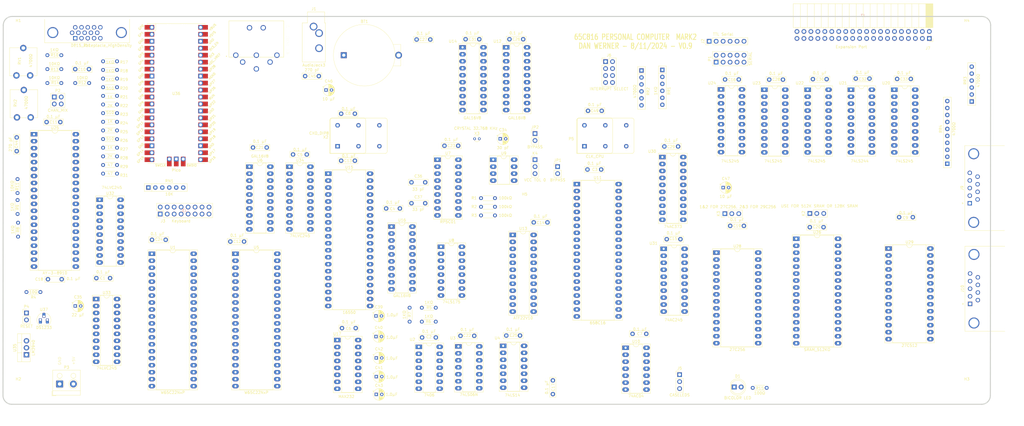
<source format=kicad_pcb>
(kicad_pcb (version 20221018) (generator pcbnew)
  (title_block (date "2024-07-18") (rev ".8"))
  (layers (0 "F.Cu" signal "Component") (31 "B.Cu" signal "Copper") (34 "B.Paste" user) (35 "F.Paste" user) (36 "B.SilkS" user "B.Silkscreen") (37 "F.SilkS" user "F.Silkscreen") (38 "B.Mask" user) (39 "F.Mask" user) (44 "Edge.Cuts" user))
  (net 0 "")
  (net 1 "GND")
  (net 2 "VCC")
  (net 3 "Net-(#FLG03-pwr)")
  (net 4 "Net-(#FLG04-pwr)")
  (net 5 "Net-(U7-OSCIN)")
  (net 6 "Net-(U7-OSCOUT)")
  (net 7 "Net-(C37-Pad2)")
  (net 8 "Net-(U17-C1+)")
  (net 9 "Net-(U17-C1-)")
  (net 10 "Net-(U17-C2+)")
  (net 11 "Net-(C44-Pad2)")
  (net 12 "Net-(C45-Pad1)")
  (net 13 "Net-(C46-Pad2)")
  (net 14 "Net-(C47-Pad2)")
  (net 15 "B_INT")
  (net 16 "VIA2_INT")
  (net 17 "VIA1_INT")
  (net 18 "Net-(U17-C2-)")
  (net 19 "P1_B")
  (net 20 "P1_A")
  (net 21 "P1_R")
  (net 22 "P1_L")
  (net 23 "P1_D")
  (net 24 "P1_U")
  (net 25 "P2_B")
  (net 26 "P2_A")
  (net 27 "P2_R")
  (net 28 "P2_L")
  (net 29 "P2_D")
  (net 30 "P2_U")
  (net 31 "Net-(J4-Pad3)")
  (net 32 "SERSRQ")
  (net 33 "SERCLKIN")
  (net 34 "SERDATAIN")
  (net 35 "COLUMN1")
  (net 36 "COLUMN0")
  (net 37 "USERA_2")
  (net 38 "USERA_3")
  (net 39 "USERA_4")
  (net 40 "USERCA_2")
  (net 41 "USERB_7")
  (net 42 "USERB_6")
  (net 43 "USERB_5")
  (net 44 "USERB_4")
  (net 45 "USERB_3")
  (net 46 "USERB_2")
  (net 47 "USERB_1")
  (net 48 "USERB_0")
  (net 49 "LED_1")
  (net 50 "LED_2")
  (net 51 "Net-(U17-VS+)")
  (net 52 "CLK_CPU")
  (net 53 "CLK_UART")
  (net 54 "CTS")
  (net 55 "TX")
  (net 56 "RTS")
  (net 57 "RX")
  (net 58 "Net-(U17-VS-)")
  (net 60 "EMU")
  (net 61 "ABORT")
  (net 62 "NMI")
  (net 63 "INT")
  (net 64 "B_BUSRQ")
  (net 65 "B_NMI")
  (net 66 "B_WAIT")
  (net 67 "VRAM_BANK")
  (net 68 "UART_INT")
  (net 69 "RW")
  (net 70 "D2")
  (net 71 "D1")
  (net 72 "WR")
  (net 73 "D0")
  (net 74 "A13")
  (net 75 "A0")
  (net 76 "A8")
  (net 77 "A1")
  (net 78 "A9")
  (net 79 "A2")
  (net 80 "A11")
  (net 81 "A3")
  (net 82 "RD")
  (net 83 "A4")
  (net 84 "A10")
  (net 85 "A5")
  (net 86 "CS_RAM")
  (net 87 "A6")
  (net 88 "D7")
  (net 89 "A7")
  (net 90 "D6")
  (net 91 "A12")
  (net 92 "D5")
  (net 93 "A14")
  (net 94 "D4")
  (net 95 "D3")
  (net 96 "RESET")
  (net 97 "VDA")
  (net 98 "BUSRQ")
  (net 99 "AD0")
  (net 100 "AD1")
  (net 101 "AD2")
  (net 102 "AD3")
  (net 103 "AD4")
  (net 104 "AD5")
  (net 105 "AD6")
  (net 106 "VPA")
  (net 107 "AD7")
  (net 108 "A15")
  (net 109 "ML")
  (net 110 "WAIT")
  (net 111 "VP")
  (net 112 "CS_ROM")
  (net 113 "A23")
  (net 114 "A19")
  (net 115 "A22")
  (net 116 "A18")
  (net 117 "A21")
  (net 118 "A17")
  (net 119 "A20")
  (net 120 "A16")
  (net 121 "CTS_TTL")
  (net 122 "CS_UART")
  (net 123 "RTS_TTL")
  (net 124 "SOUT_TTL")
  (net 125 "SIN_TTL")
  (net 126 "CS_VDP")
  (net 127 "CS_VIA1")
  (net 128 "CS_VIA2")
  (net 129 "IO")
  (net 130 "BUS")
  (net 131 "BUSAK")
  (net 132 "DATA_DIR")
  (net 134 "Net-(D1-A)")
  (net 135 "SERATNOUT")
  (net 136 "SERCLKOUT")
  (net 137 "SERDATAOUT")
  (net 138 "KB_GRAPH_LED")
  (net 139 "KB_CAPS_LED")
  (net 140 "ROWD")
  (net 141 "ROWC")
  (net 142 "ROWB")
  (net 143 "ROWA")
  (net 144 "COLUMN7")
  (net 145 "COLUMN6")
  (net 146 "COLUMN5")
  (net 147 "COLUMN4")
  (net 148 "COLUMN3")
  (net 149 "COLUMN2")
  (net 150 "Net-(J6-Pin_1)")
  (net 151 "Net-(J11-Pad1)")
  (net 152 "B_A16")
  (net 153 "B_A17")
  (net 154 "B_A18")
  (net 155 "B_A19")
  (net 156 "B_A20")
  (net 157 "B_A21")
  (net 158 "B_A22")
  (net 159 "B_A23")
  (net 160 "B_CLK_CPU")
  (net 161 "B_A0")
  (net 162 "B_A1")
  (net 163 "B_A2")
  (net 164 "B_A3")
  (net 165 "B_A4")
  (net 166 "B_A5")
  (net 167 "B_A6")
  (net 168 "B_A7")
  (net 169 "B_A8")
  (net 170 "B_A9")
  (net 171 "B_A10")
  (net 172 "B_A11")
  (net 173 "B_A12")
  (net 174 "B_A13")
  (net 175 "B_A14")
  (net 176 "B_A15")
  (net 177 "B_D7")
  (net 178 "B_D6")
  (net 179 "B_D5")
  (net 180 "B_D4")
  (net 181 "B_D3")
  (net 182 "B_D2")
  (net 183 "B_D1")
  (net 184 "B_D0")
  (net 185 "LED_ANODE")
  (net 186 "Net-(J11-Pad2)")
  (net 187 "URESET")
  (net 188 "Net-(J11-Pad3)")
  (net 189 "N_EMU")
  (net 190 "B_RW")
  (net 191 "O1_ROM")
  (net 196 "Net-(J11-Pad13)")
  (net 197 "Net-(J11-Pad14)")
  (net 207 "Net-(U3-Pad9)")
  (net 210 "Net-(U3-Pad13)")
  (net 211 "~{RTC_CS}")
  (net 214 "~{RTC_CS_O}")
  (net 215 "VCC_RTC")
  (net 217 "Net-(K2-Pin_2)")
  (net 218 "Net-(K3-Pin_2)")
  (net 219 "Net-(K4-Pin_2)")
  (net 225 "Net-(P2-Pin_1)")
  (net 226 "Net-(P2-Pin_2)")
  (net 227 "Net-(P2-Pin_3)")
  (net 228 "Net-(P4-Pin_1)")
  (net 229 "Net-(U7-ADJ)")
  (net 230 "Net-(U7-CS)")
  (net 231 "V_RW")
  (net 232 "VDSEL")
  (net 233 "V_CLK")
  (net 234 "VGAR500")
  (net 235 "VGAR1K")
  (net 236 "VGAR2K")
  (net 237 "VGAG500")
  (net 238 "VGAG1L")
  (net 239 "VGAG2K")
  (net 240 "VGAB500")
  (net 241 "VGAB1K")
  (net 242 "VGAB2K")
  (net 243 "HSYNC")
  (net 244 "VSYNC")
  (net 245 "+3.3V")
  (net 246 "VADDR_HIGH")
  (net 247 "VADDR_LOW")
  (net 248 "VDATA")
  (net 270 "VIDEO_WS")
  (net 271 "VIDEO_WINDOW")
  (net 272 "Net-(U7-A0)")
  (net 273 "Net-(U7-A1)")
  (net 274 "Net-(U7-A2)")
  (net 275 "Net-(U7-A3)")
  (net 278 "~{RTC_AD_WR}")
  (net 281 "Net-(U30-LE)")
  (net 296 "Net-(U15-RCLK)")
  (net 321 "VDATA_DIR")
  (net 322 "V_DA7")
  (net 323 "V_DA6")
  (net 324 "V_DA5")
  (net 325 "V_DA4")
  (net 326 "V_DA3")
  (net 327 "V_DA2")
  (net 328 "V_DA1")
  (net 329 "V_DA0")
  (net 343 "FF1")
  (net 344 "FF2")
  (net 345 "WS1")
  (net 346 "WS2")
  (footprint "Capacitor_THT:C_Rect_L7.0mm_W2.0mm_P5.00mm" (layer "F.Cu") (at 245.1 125.5 180)
    (fp_text reference "C3")
    (fp_text value "0.1 µF")
  )
  (footprint "Capacitor_THT:C_Rect_L7.0mm_W2.0mm_P5.00mm" (layer "F.Cu") (at 184.81 186.74 180)
    (fp_text reference "C2")
    (fp_text value "0.1 µF")
  )
  (footprint "Capacitor_THT:C_Rect_L7.0mm_W2.0mm_P5.00mm" (layer "F.Cu") (at 114.895 151.765 180)
    (fp_text reference "C12")
    (fp_text value "0.1 µF")
  )
  (footprint "Capacitor_THT:C_Rect_L7.0mm_W2.0mm_P5.00mm" (layer "F.Cu") (at 274 150.9 180)
    (fp_text reference "C15")
    (fp_text value "0.1 µF")
  )
  (footprint "Capacitor_THT:C_Rect_L7.0mm_W2.0mm_P5.00mm" (layer "F.Cu") (at 295.275 92.675 180)
    (fp_text reference "C16")
    (fp_text value "0.1 µF")
  )
  (footprint "Capacitor_THT:C_Rect_L7.0mm_W2.0mm_P5.00mm" (layer "F.Cu") (at 227.49 202.39 -90)
    (fp_text reference "C17")
    (fp_text value "0.1 µF")
  )
  (footprint "Capacitor_THT:C_Rect_L7.0mm_W2.0mm_P5.00mm" (layer "F.Cu") (at 297.14 146.05 180)
    (fp_text reference "C19")
    (fp_text value "0.1 µF")
  )
  (footprint "Capacitor_THT:C_Rect_L7.0mm_W2.0mm_P5.00mm" (layer "F.Cu") (at 198.81 186.14 180)
    (fp_text reference "C22")
    (fp_text value "0.1 µF")
  )
  (footprint "Capacitor_THT:C_Rect_L7.0mm_W2.0mm_P5.00mm" (layer "F.Cu") (at 215.51 186.04 180)
    (fp_text reference "C25")
    (fp_text value "0.1 µF")
  )
  (footprint "Capacitor_THT:C_Rect_L7.0mm_W2.0mm_P5.00mm" (layer "F.Cu") (at 192.96 116.84 180)
    (fp_text reference "C23")
    (fp_text value "0.1 µF")
  )
  (footprint "Capacitor_THT:C_Rect_L7.0mm_W2.0mm_P5.00mm" (layer "F.Cu") (at 132.755 120.015)
    (fp_text reference "C5")
    (fp_text value "0.1 µF")
  )
  (footprint "Package_DIP:DIP-40_W15.24mm_Socket_LongPads" (layer "F.Cu") (at 145.6 127)
    (fp_text reference "U15")
    (fp_text value "16550")
  )
  (footprint "Connector_Dsub:DSUB-9_Male_Horizontal_P2.77x2.84mm_EdgePinOffset9.90mm_Housed_MountingHolesOffset11.32mm" (layer "F.Cu") (at 379.6 174.5 90)
    (fp_text reference "J10")
    (fp_text value "DB9_Male")
  )
  (footprint "Capacitor_THT:C_Rect_L7.0mm_W2.0mm_P5.00mm" (layer "F.Cu") (at 245.3 104.1 180)
    (fp_text reference "C49")
    (fp_text value "0.1 µF")
  )
  (footprint "Capacitor_THT:CP_Radial_D4.0mm_P2.00mm" (layer "F.Cu") (at 163 178.9)
    (fp_text reference "C39")
    (fp_text value "1.0µF")
  )
  (footprint "Capacitor_THT:CP_Radial_D4.0mm_P2.00mm" (layer "F.Cu") (at 163 186.4)
    (fp_text reference "C40")
    (fp_text value "1.0µF")
  )
  (footprint "Capacitor_THT:CP_Radial_D4.0mm_P2.00mm" (layer "F.Cu") (at 163.1 201)
    (fp_text reference "C41")
    (fp_text value "1.0µF")
  )
  (footprint "Capacitor_THT:CP_Radial_D4.0mm_P2.00mm" (layer "F.Cu") (at 163.1 194.2)
    (fp_text reference "C42")
    (fp_text value "1.0µF")
  )
  (footprint "Capacitor_THT:CP_Radial_D4.0mm_P2.00mm" (layer "F.Cu") (at 163.1 207.5)
    (fp_text reference "C43")
    (fp_text value "1.0µF")
  )
  (footprint "Capacitor_THT:C_Rect_L7.0mm_W2.0mm_P5.00mm" (layer "F.Cu") (at 311.375 92.725 180)
    (fp_text reference "C28")
    (fp_text value "0.1 µF")
  )
  (footprint "Capacitor_THT:C_Rect_L7.0mm_W2.0mm_P5.00mm" (layer "F.Cu") (at 273.14 117.1 180)
    (fp_text reference "C29")
    (fp_text value "0.1 µF")
  )
  (footprint "Capacitor_THT:C_Rect_L7.0mm_W2.0mm_P5.00mm" (layer "F.Cu") (at 327.3 92.55 180)
    (fp_text reference "C30")
    (fp_text value "0.1 µF")
  )
  (footprint "Capacitor_THT:C_Rect_L7.0mm_W2.0mm_P5.00mm" (layer "F.Cu") (at 32 113.8 -90)
    (fp_text reference "C44")
    (fp_text value "270 pF")
  )
  (footprint "Capacitor_THT:C_Rect_L7.0mm_W2.0mm_P5.00mm" (layer "F.Cu") (at 142.16 91.44 180)
    (fp_text reference "C45")
    (fp_text value "270 pF")
  )
  (footprint "Capacitor_THT:CP_Radial_D4.0mm_P2.00mm" (layer "F.Cu") (at 144.78 96.52)
    (fp_text reference "C46")
    (fp_text value "10 µF")
  )
  (footprint "Capacitor_THT:CP_Radial_D4.0mm_P2.00mm" (layer "F.Cu") (at 289.56 132.08)
    (fp_text reference "C47")
    (fp_text value "10 µF")
  )
  (footprint "LED_THT:LED_D5.0mm" (layer "F.Cu") (at 293.6 204.8)
    (fp_text reference "D1")
    (fp_text value "BICOLOR LED")
  )
  (footprint "Connector_PinHeader_2.54mm:PinHeader_2x04_P2.54mm_Vertical" (layer "F.Cu") (at 246.7 86.16)
    (fp_text reference "J6")
    (fp_text value "INTERRUPT SELECT")
  )
  (footprint "Connector_Dsub:DSUB-9_Male_Horizontal_P2.77x2.84mm_EdgePinOffset9.90mm_Housed_MountingHolesOffset11.32mm" (layer "F.Cu") (at 379.5 137.8 90)
    (fp_text reference "J9")
    (fp_text value "DB9_Male")
  )
  (footprint "Connector_PinHeader_2.54mm:PinHeader_1x03_P2.54mm_Vertical" (layer "F.Cu") (at 273.7 200.3)
    (fp_text reference "J5")
    (fp_text value "CASELEDS")
  )
  (footprint "Oscillator:Oscillator_DIP-8" (layer "F.Cu") (at 239 117)
    (fp_text reference "P5")
    (fp_text value "CLK_CPU")
  )
  (footprint "Resistor_THT:R_Axial_DIN0204_L3.6mm_D1.6mm_P5.08mm_Horizontal" (layer "F.Cu") (at 300.355 205.105)
    (fp_text reference "R15")
    (fp_text value "100Ω")
  )
  (footprint "Resistor_THT:R_Axial_DIN0204_L3.6mm_D1.6mm_P5.08mm_Horizontal" (layer "F.Cu") (at 184.785 175.895 180)
    (fp_text reference "R5")
    (fp_text value "1KΩ")
  )
  (footprint "Resistor_THT:R_Axial_DIN0204_L3.6mm_D1.6mm_P5.08mm_Horizontal" (layer "F.Cu") (at 32.5 144.9 -90)
    (fp_text reference "R8")
    (fp_text value "1KΩ")
  )
  (footprint "Resistor_THT:R_Axial_DIN0204_L3.6mm_D1.6mm_P5.08mm_Horizontal" (layer "F.Cu") (at 32.315 136.635 -90)
    (fp_text reference "R9")
    (fp_text value "1KΩ")
  )
  (footprint "Resistor_THT:R_Axial_DIN0204_L3.6mm_D1.6mm_P5.08mm_Horizontal" (layer "F.Cu") (at 48.26 83.82 180)
    (fp_text reference "R10")
    (fp_text value "1KΩ")
  )
  (footprint "Resistor_THT:R_Axial_DIN0204_L3.6mm_D1.6mm_P5.08mm_Horizontal" (layer "F.Cu") (at 58.42 93.98 180)
    (fp_text reference "R12")
    (fp_text value "10KΩ")
  )
  (footprint "Resistor_THT:R_Axial_DIN0204_L3.6mm_D1.6mm_P5.08mm_Horizontal" (layer "F.Cu") (at 48.26 88.9 180)
    (fp_text reference "R13")
    (fp_text value "10KΩ")
  )
  (footprint "Resistor_THT:R_Axial_DIN0204_L3.6mm_D1.6mm_P5.08mm_Horizontal" (layer "F.Cu") (at 48.26 93.98 180)
    (fp_text reference "R14")
    (fp_text value "10KΩ")
  )
  (footprint "Resistor_THT:R_Axial_DIN0204_L3.6mm_D1.6mm_P5.08mm_Horizontal" (layer "F.Cu") (at 184.785 180.975 180)
    (fp_text reference "R6")
    (fp_text value "1KΩ")
  )
  (footprint "Resistor_THT:R_Axial_DIN0204_L3.6mm_D1.6mm_P5.08mm_Horizontal" (layer "F.Cu") (at 175.26 175.895 -90)
    (fp_text reference "R7")
    (fp_text value "1KΩ")
  )
  (footprint "Resistor_THT:R_Array_SIP6" (layer "F.Cu") (at 267.4 89.2 -90)
    (fp_text reference "RR1")
    (fp_text value "1KΩ")
  )
  (footprint "Resistor_THT:R_Array_SIP6" (layer "F.Cu") (at 380.2 100.7 90)
    (fp_text reference "RR3")
    (fp_text value "4700Ω")
  )
  (footprint "Resistor_THT:R_Array_SIP10" (layer "F.Cu") (at 371.3 123.4 90)
    (fp_text reference "RR4")
    (fp_text value "4700Ω")
  )
  (footprint "Potentiometer_THT:Potentiometer_ACP_CA9-V10_Vertical" (layer "F.Cu") (at 36.9 91.2 90)
    (fp_text reference "RV1")
    (fp_text value "4700Ω")
  )
  (footprint "Potentiometer_THT:Potentiometer_ACP_CA9-V10_Vertical" (layer "F.Cu") (at 37.1 106.5 90)
    (fp_text reference "RV2")
    (fp_text value "4700Ω")
  )
  (footprint "Package_DIP:DIP-14_W7.62mm_Socket_LongPads" (layer "F.Cu") (at 193.04 190)
    (fp_text reference "U3")
    (fp_text value "74LS06N")
  )
  (footprint "Package_DIP:DIP-14_W7.62mm_Socket_LongPads" (layer "F.Cu") (at 209.37 189.8)
    (fp_text reference "U4")
    (fp_text value "74LS14")
  )
  (footprint "Package_DIP:DIP-20_W7.62mm_Socket_LongPads" (layer "F.Cu") (at 267.41 120.95)
    (fp_text reference "U30")
    (fp_text value "74AC373")
  )
  (footprint "Package_DIP:DIP-20_W7.62mm_Socket_LongPads" (layer "F.Cu") (at 267.89 154.42)
    (fp_text reference "U31")
    (fp_text value "74AC245")
  )
  (footprint "Package_DIP:DIP-16_W7.62mm_Socket_LongPads" (layer "F.Cu") (at 148.89 187.68)
    (fp_text reference "U17")
    (fp_text value "MAX232")
  )
  (footprint "Package_DIP:DIP-20_W7.62mm_Socket_LongPads" (layer "F.Cu") (at 351.975 96.4)
    (fp_text reference "U20")
    (fp_text value "74LS245")
  )
  (footprint "Package_DIP:DIP-20_W7.62mm_Socket_LongPads" (layer "F.Cu") (at 336.181 96.4)
    (fp_text reference "U21")
    (fp_text value "74LS244")
  )
  (footprint "Package_DIP:DIP-20_W7.62mm_Socket_LongPads" (layer "F.Cu") (at 320.388 96.4)
    (fp_text reference "U22")
    (fp_text value "74LS245")
  )
  (footprint "Package_DIP:DIP-20_W7.62mm_Socket_LongPads" (layer "F.Cu") (at 304.594 96.4)
    (fp_text reference "U23")
    (fp_text value "74LS245")
  )
  (footprint "Package_DIP:DIP-40_W15.24mm_Socket_LongPads" (layer "F.Cu") (at 38.31 112.63)
    (fp_text reference "U25")
    (fp_text value "AY-3-8910")
  )
  (footprint "Crystal:Crystal_Round_D1.5mm_Vertical" (layer "F.Cu") (at 198.96 114.3)
    (fp_text reference "X3")
    (fp_text value "CRYSTAL 32.768 KHz")
  )
  (footprint "Capacitor_THT:C_Rect_L7.0mm_W2.0mm_P5.00mm" (layer "F.Cu") (at 155.6 183.325 180)
    (fp_text reference "C6")
    (fp_text value "0.1 µF")
  )
  (footprint "Capacitor_THT:C_Rect_L7.0mm_W2.0mm_P5.00mm" (layer "F.Cu") (at 256.54 185.42)
    (fp_text reference "C7")
    (fp_text value "0.1 µF")
  )
  (footprint "Capacitor_THT:C_Rect_L7.0mm_W2.0mm_P5.00mm" (layer "F.Cu") (at 150.3 105.156)
    (fp_text reference "C8")
    (fp_text value "0.1 µF")
  )
  (footprint "Capacitor_THT:C_Rect_L7.0mm_W2.0mm_P5.00mm" (layer "F.Cu") (at 353.735 142.875)
    (fp_text reference "C9")
    (fp_text value "0.1 µF")
  )
  (footprint "Capacitor_THT:C_Rect_L7.0mm_W2.0mm_P5.00mm" (layer "F.Cu") (at 58.34 88.9 180)
    (fp_text reference "C10")
    (fp_text value "0.1 µF")
  )
  (footprint "Capacitor_THT:C_Rect_L7.0mm_W2.0mm_P5.00mm" (layer "F.Cu") (at 42.9 108.2)
    (fp_text reference "C11")
    (fp_text value "0.1 µF")
  )
  (footprint "Capacitor_THT:C_Rect_L7.0mm_W2.0mm_P5.00mm" (layer "F.Cu") (at 150.3 122.29)
    (fp_text reference "C13")
    (fp_text value "0.1 µF")
  )
  (footprint "Connector_PinHeader_2.54mm:PinHeader_1x03_P2.54mm_Vertical" (layer "F.Cu") (at 321.175 141.525 90)
    (fp_text reference "K2")
    (fp_text value "USE FOR 512K SRAM OR 128K SRAM")
  )
  (footprint "Connector_PinHeader_2.54mm:PinHeader_1x03_P2.54mm_Vertical" (layer "F.Cu") (at 290.195 141.605 90)
    (fp_text reference "K3")
    (fp_text value "1&2 FOR 27C256, 2&3 FOR 29C256")
  )
  (footprint "Capacitor_THT:C_Rect_L7.0mm_W2.0mm_P5.00mm" (layer "F.Cu") (at 326.175 146.525 180)
    (fp_text reference "C20")
    (fp_text value "0.1 µF")
  )
  (footprint "Package_DIP:DIP-28_W15.24mm_Socket_LongPads" (layer "F.Cu") (at 287.115 155.795)
    (fp_text reference "U28")
    (fp_text value "27C256")
  )
  (footprint "Package_DIP:DIP-32_W15.24mm_Socket_LongPads" (layer "F.Cu") (at 316.225 150.745)
    (fp_text reference "U26")
    (fp_text value "SRAM_512KO")
  )
  (footprint "Capacitor_THT:C_Rect_L7.0mm_W2.0mm_P5.00mm" (layer "F.Cu") (at 182.8 78.1 180)
    (fp_text reference "C27")
    (fp_text value "0.1 µF")
  )
  (footprint "Capacitor_THT:C_Rect_L7.0mm_W2.0mm_P5.00mm" (layer "F.Cu") (at 216.66 78 180)
    (fp_text reference "C26")
    (fp_text value "0.1 µF")
  )
  (footprint "Capacitor_THT:C_Rect_L7.0mm_W2.0mm_P5.00mm" (layer "F.Cu") (at 200.66 78 180)
    (fp_text reference "C31")
    (fp_text value "0.1 µF")
  )
  (footprint "Package_DIP:DIP-20_W7.62mm_Socket_LongPads" (layer "F.Cu") (at 210.46 80.96)
    (fp_text reference "U12")
    (fp_text value "GAL16V8")
  )
  (footprint "Package_DIP:DIP-20_W7.62mm_Socket_LongPads" (layer "F.Cu") (at 194.56 80.96)
    (fp_text reference "U14")
    (fp_text value "GAL16V8")
  )
  (footprint "Capacitor_THT:C_Rect_L7.0mm_W2.0mm_P5.00mm" (layer "F.Cu") (at 171.704 139.7 180)
    (fp_text reference "C4")
    (fp_text value "0.1 µF")
  )
  (footprint "Capacitor_THT:C_Rect_L7.0mm_W2.0mm_P5.00mm" (layer "F.Cu") (at 81.32 151.13)
    (fp_text reference "C24")
    (fp_text value "0.1 µF")
  )
  (footprint "Capacitor_THT:C_Rect_L7.0mm_W2.0mm_P5.00mm" (layer "F.Cu") (at 225.512 144.78 180)
    (fp_text reference "C14")
    (fp_text value "0.1 µF")
  )
  (footprint "Capacitor_THT:C_Rect_L7.0mm_W2.0mm_P5.00mm" (layer "F.Cu") (at 342.925 92.35 180)
    (fp_text reference "C32")
    (fp_text value "0.1 µF")
  )
  (footprint "Capacitor_THT:C_Rect_L7.0mm_W2.0mm_P5.00mm" (layer "F.Cu") (at 358 92.475 180)
    (fp_text reference "C33")
    (fp_text value "0.1 µF")
  )
  (footprint "Resistor_THT:R_Array_SIP6" (layer "F.Cu") (at 259.8 89.4 -90)
    (fp_text reference "RR2")
    (fp_text value "4700Ω")
  )
  (footprint "CUSTOMLibrary:din6" (layer "F.Cu") (at 119.38 83.82 180)
    (fp_text reference "J4")
    (fp_text value "IEC PORT")
  )
  (footprint "Connector_PinHeader_2.54mm:PinHeader_2x02_P2.54mm_Vertical" (layer "F.Cu") (at 45.7 99.06)
    (fp_text reference "P2")
    (fp_text value "CHAN_MIX")
  )
  (footprint "Resistor_THT:R_Axial_DIN0204_L3.6mm_D1.6mm_P5.08mm_Horizontal" (layer "F.Cu") (at 32.3 129 -90)
    (fp_text reference "R11")
    (fp_text value "10KΩ")
  )
  (footprint "CUSTOMLibrary:Battery_Holder_Coin_2032_BS-7_FIXED" (layer "F.Cu") (at 151.2443 83.82)
    (fp_text reference "BT1")
    (fp_text value "Battery_Cell")
  )
  (footprint "MountingHole:MountingHole_3.2mm_M3" (layer "F.Cu") (at 32.6 75.4)
    (fp_text reference "H1")
    (fp_text value "MountingHole")
  )
  (footprint "MountingHole:MountingHole_3.2mm_M3" (layer "F.Cu") (at 32.6 206.1)
    (fp_text reference "H2")
    (fp_text value "MountingHole")
  )
  (footprint "MountingHole:MountingHole_3.2mm_M3" (layer "F.Cu") (at 217.2 138.7)
    (fp_text reference "H5")
    (fp_text value "MountingHole")
  )
  (footprint "MountingHole:MountingHole_3.2mm_M3" (layer "F.Cu") (at 378.4 75.4)
    (fp_text reference "H4")
    (fp_text value "MountingHole")
  )
  (footprint "MountingHole:MountingHole_3.2mm_M3" (layer "F.Cu") (at 378.4 206.1)
    (fp_text reference "H3")
    (fp_text value "MountingHole")
  )
  (footprint "Package_DIP:DIP-14_W7.62mm_Socket_LongPads" (layer "F.Cu") (at 178.6 190.16)
    (fp_text reference "U2")
    (fp_text value "7406")
  )
  (footprint "Package_DIP:DIP-28_W15.24mm_Socket_LongPads" (layer "F.Cu") (at 349.88 154.31)
    (fp_text reference "U29")
    (fp_text value "27C512")
  )
  (footprint "Capacitor_THT:C_Rect_L7.0mm_W2.0mm_P5.00mm" (layer "F.Cu") (at 123.15 117.475 180)
    (fp_text reference "C21")
    (fp_text value "0.1 µF")
  )
  (footprint "Capacitor_THT:C_Rect_L7.0mm_W2.0mm_P5.00mm" (layer "F.Cu") (at 66.04 165.1 180)
    (fp_text reference "C1")
    (fp_text value "0.1 µF")
  )
  (footprint "Package_DIP:DIP-20_W7.62mm_Socket_LongPads" (layer "F.Cu") (at 288.8 96.3)
    (fp_text reference "U24")
    (fp_text value "74LS245")
  )
  (footprint "Capacitor_THT:C_Rect_L7.0mm_W2.0mm_P5.00mm" (layer "F.Cu") (at 43.4 165.5)
    (fp_text reference "C18")
    (fp_text value "0.1 µF")
  )
  (footprint "Connector_PinHeader_2.54mm:PinHeader_2x05_P2.54mm_Vertical" (layer "F.Cu") (at 287.02 86.36 90)
    (fp_text reference "P1")
    (fp_text value "SERIAL")
  )
  (footprint "Package_DIP:DIP-20_W7.62mm_Socket_LongPads" (layer "F.Cu") (at 168.656 146.304)
    (fp_text reference "U16")
    (fp_text value "GAL16V8")
  )
  (footprint "Resistor_THT:R_Axial_DIN0204_L3.6mm_D1.6mm_P5.08mm_Horizontal" (layer "F.Cu") (at 63.5 95.5)
    (fp_text reference "R20")
    (fp_text value "510")
  )
  (footprint "Oscillator:Oscillator_DIP-14" (layer "F.Cu") (at 239 117)
    (fp_text reference "X4" hide)
    (fp_text value "CXO_DIP14")
  )
  (footprint "Resistor_THT:R_Axial_DIN0204_L3.6mm_D1.6mm_P5.08mm_Horizontal" (layer "F.Cu") (at 63.5 111.25)
    (fp_text reference "R25")
    (fp_text value "2K")
  )
  (footprint "Resistor_THT:R_Axial_DIN0204_L3.6mm_D1.6mm_P5.08mm_Horizontal" (layer "F.Cu") (at 63.5 114.4)
    (fp_text reference "R26")
    (fp_text value "510")
  )
  (footprint "Connector_Audio:Jack_3.5mm_CUI_SJ1-3533NG_Horizontal_CircularHoles" (layer "F.Cu") (at 140.24 73.38)
    (fp_text reference "J1")
    (fp_text value "AudioJack3")
  )
  (footprint "Package_TO_SOT_THT:TO-92L_HandSolder" (layer "F.Cu") (at 40.64 180.34)
    (fp_text reference "U37")
    (fp_text value "DS1233")
  )
  (footprint "Resistor_THT:R_Axial_DIN0204_L3.6mm_D1.6mm_P5.08mm_Horizontal" (layer "F.Cu") (at 40.64 170.18 180)
    (fp_text reference "R4")
    (fp_text value "10Ω")
  )
  (footprint "Package_DIP:DIP-20_W7.62mm_Socket_LongPads" (layer "F.Cu") (at 116.845 124.46)
    (fp_text reference "U6")
    (fp_text value "GAL16V8")
  )
  (footprint "Resistor_THT:R_Axial_DIN0204_L3.6mm_D1.6mm_P5.08mm_Horizontal" (layer "F.Cu") (at 63.5 108.1)
    (fp_text reference "R24")
    (fp_text value "1K")
  )
  (footprint "Connector_Dsub:DSUB-15-HD_Female_Horizontal_P2.29x1.98mm_EdgePinOffset3.03mm_Housed_MountingHolesOffset4.94mm" (layer "F.Cu") (at 53.34 77.62 180)
    (fp_text reference "J11")
    (fp_text value "DE15_Receptacle_HighDensity")
  )
  (footprint "Oscillator:Oscillator_DIP-8" (layer "F.Cu") (at 149 117)
    (fp_text reference "X2")
    (fp_text value "CXO_DIP8")
  )
  (footprint "Resistor_THT:R_Axial_DIN0204_L3.6mm_D1.6mm_P5.08mm_Horizontal" (layer "F.Cu") (at 63.5 86.05)
    (fp_text reference "R17")
    (fp_text value "1KΩ")
  )
  (footprint "Resistor_THT:R_Axial_DIN0204_L3.6mm_D1.6mm_P5.08mm_Horizontal" (layer "F.Cu") (at 63.5 117.55)
    (fp_text reference "R27")
    (fp_text value "1K")
  )
  (footprint "Resistor_THT:R_Axial_DIN0204_L3.6mm_D1.6mm_P5.08mm_Horizontal" (layer "F.Cu") (at 63.5 104.95)
    (fp_text reference "R23")
    (fp_text value "510")
  )
  (footprint "Resistor_THT:R_Axial_DIN0204_L3.6mm_D1.6mm_P5.08mm_Horizontal" (layer "F.Cu") (at 63.5 92.35)
    (fp_text reference "R19")
    (fp_text value "1KΩ")
  )
  (footprint "Package_DIP:DIP-40_W15.24mm_Socket_LongPads" (layer "F.Cu") (at 236.215 130.815)
    (fp_text reference "U11")
    (fp_text value "658C16")
  )
  (footprint "Connector_PinHeader_2.54mm:PinHeader_1x02_P2.54mm_Vertical" (layer "F.Cu") (at 220.98 112.395)
    (fp_text reference "JP2")
    (fp_text value "BYPASS")
  )
  (footprint "Package_DIP:DIP-18_W7.62mm_Socket_LongPads" (layer "F.Cu") (at 185.42 121.92)
    (fp_text reference "U7")
    (fp_text value "RP5C01")
  )
  (footprint "Resistor_THT:R_Axial_DIN0204_L3.6mm_D1.6mm_P5.08mm_Horizontal" (layer "F.Cu") (at 63.5 101.8)
    (fp_text reference "R22")
    (fp_text value "2K")
  )
  (footprint "Resistor_THT:R_Axial_DIN0204_L3.6mm_D1.6mm_P5.08mm_Horizontal" (layer "F.Cu") (at 63.5 89.2)
    (fp_text reference "R18")
    (fp_text value "1KΩ")
  )
  (footprint "Capacitor_THT:CP_Radial_D4.0mm_P2.00mm" (layer "F.Cu") (at 208.28 114.3)
    (fp_text reference "C34")
    (fp_text value "30 pF")
  )
  (footprint "Package_TO_SOT_THT:TO-220-3_Vertical" (layer "F.Cu") (at 35.56 193.04 90)
    (fp_text reference "U35")
    (fp_text value "LM3940")
  )
  (footprint "TerminalBlock_RND:TerminalBlock_RND_205-00001_1x02_P5.00mm_Horizontal" (layer "F.Cu") (at 47.665 203.7)
    (fp_text reference "P3")
    (fp_text value "POWER")
  )
  (footprint "Package_DIP:DIP-20_W7.62mm_Socket_LongPads" (layer "F.Cu") (at 131.455 124.465)
    (fp_text reference "U34")
    (fp_text value "74LVC245")
  )
  (footprint "Capacitor_THT:CP_Radial_D4.0mm_P2.00mm" (layer "F.Cu") (at 53.34 175.26)
    (fp_text reference "C35")
    (fp_text value "22 µF")
  )
  (footprint "Resistor_THT:R_Axial_DIN0204_L3.6mm_D1.6mm_P5.08mm_Horizontal" (layer "F.Cu") (at 201.295 135.94)
    (fp_text reference "R1")
    (fp_text value "100kΩ")
  )
  (footprint "Package_DIP:DIP-16_W7.62mm_Socket_LongPads" (layer "F.Cu") (at 186.7 153.66)
    (fp_text reference "U8")
    (fp_text value "74LS175")
  )
  (footprint "Connector_PinSocket_2.54mm:PinSocket_2x20_P2.54mm_Horizontal" (layer "F.Cu") (at 364.744 77.724 -90)
    (fp_text reference "J7")
    (fp_text value "Expansion Port")
  )
  (footprint "Package_DIP:DIP-20_W7.62mm_Socket_LongPads" (layer "F.Cu") (at 60.97 172.725)
    (fp_text reference "U33")
    (fp_text value "74LVC245")
  )
  (footprint "Oscillator:Oscillator_DIP-14" (layer "F.Cu") (at 149 117)
    (fp_text reference "X1" hide)
    (fp_text value "CXO_DIP14")
  )
  (footprint "Connector_PinHeader_2.54mm:PinHeader_1x06_P2.54mm_Vertical" (layer "F.Cu") (at 284.48 78.74 90)
    (fp_text reference "J2")
    (fp_text value "TTL Serial")
  )
  (footprint "Resistor_THT:R_Array_SIP6" (layer "F.Cu") (at 80.01 132.08)
    (fp_text reference "RN1")
    (fp_text value "10K")
  )
  (footprint "Package_DIP:DIP-8_W7.62mm_Socket_LongPads" (layer "F.Cu") (at 205.74 121.92)
    (fp_text reference "U9")
    (fp_text value "DS1210")
  )
  (footprint "Resistor_THT:R_Axial_DIN0204_L3.6mm_D1.6mm_P5.08mm_Horizontal" (layer "F.Cu") (at 201.295 142.24)
    (fp_text reference "R3")
    (fp_text value "100kΩ")
  )
  (footprint "Package_DIP:DIP-40_W15.24mm_Socket_LongPads" (layer "F.Cu") (at 111.76 156.215)
    (fp_text reference "U5")
    (fp_text value "W65C22NxP")
  )
  (footprint "Capacitor_THT:C_Rect_L7.0mm_W2.0mm_P5.00mm" (layer "F.Cu") (at 175.935 137.795)
    (fp_text reference "C37")
    (fp_text value "33 pF")
  )
  (footprint "Connector_PinHeader_2.54mm:PinHeader_2x08_P2.54mm_Vertical" (layer "F.Cu") (at 84.328 141.732 90)
    (fp_text reference "J3")
    (fp_text value "Keyboard")
  )
  (footprint "Package_DIP:DIP-20_W7.62mm_Socket_LongPads" (layer "F.Cu") (at 62.24 136.53)
    (fp_text reference "U32")
    (fp_text value "74LVC245")
  )
  (footprint "Capacitor_THT:C_Rect_L7.0mm_W2.0mm_P5.00mm" (layer "F.Cu") (at 175.935 130.175)
    (fp_text reference "C36")
    (fp_text value "33 pF")
  )
  (footprint "Package_DIP:DIP-24_W7.62mm_Socket_LongPads" (layer "F.Cu") (at 212.852 149.352)
    (fp_text reference "U13")
    (fp_text value "ATF22V10")
  )
  (footprint "Resistor_THT:R_Axial_DIN0204_L3.6mm_D1.6mm_P5.08mm_Horizontal" (layer "F.Cu") (at 63.5 123.85)
    (fp_text reference "R29")
    (fp_text value "47")
  )
  (footprint "Connector_PinHeader_2.54mm:PinHeader_1x03_P2.54mm_Vertical" (layer "F.Cu") (at 220.98 121.92)
    (fp_text reference "K4")
    (fp_text value "VCC TOL 0")
  )
  (footprint "Connector_PinHeader_2.54mm:PinHeader_1x02_P2.54mm_Vertical" (layer "F.Cu") (at 229.235 124.455)
    (fp_text reference "JP1")
    (fp_text value "BYPASS")
  )
  (footprint "RPi:RPi_Pico_SMD_TH" (layer "F.Cu") (at 90.17 97.79)
    (fp_text reference "U36")
    (fp_text value "Pico")
  )
  (footprint "Resistor_THT:R_Axial_DIN0204_L3.6mm_D1.6mm_P5.08mm_Horizontal" (layer "F.Cu") (at 63.5 127)
    (fp_text reference "R31")
    (fp_text value "47")
  )
  (footprint "Package_DIP:DIP-14_W7.62mm_Socket_LongPads" (layer "F.Cu") (at 254 190.5)
    (fp_text reference "U10")
    (fp_text value "74AC04")
  )
  (footprint "Resistor_THT:R_Axial_DIN0204_L3.6mm_D1.6mm_P5.08mm_Horizontal" (layer "F.Cu") (at 63.5 98.65)
    (fp_text reference "R21")
    (fp_text value "1K")
  )
  (footprint "Connector_PinHeader_2.54mm:PinHeader_1x02_P2.54mm_Vertical" (layer "F.Cu") (at 35.56 177.8)
    (fp_text reference "P4")
    (fp_text value "RESET")
  )
  (footprint "Resistor_THT:R_Axial_DIN0204_L3.6mm_D1.6mm_P5.08mm_Horizontal" (layer "F.Cu") (at 201.295 139.09)
    (fp_text reference "R2")
    (fp_text value "100kΩ")
  )
  (footprint "Resistor_THT:R_Axial_DIN0204_L3.6mm_D1.6mm_P5.08mm_Horizontal" (layer "F.Cu") (at 63.5 120.7)
    (fp_text reference "R28")
    (fp_text value "2K")
  )
  (footprint "Package_DIP:DIP-40_W15.24mm_Socket_LongPads" (layer "F.Cu") (at 81.28 156.215)
    (fp_text reference "U1")
    (fp_text value "W65C22NxP")
  )
  (gr_line (start 383.8 211.1) (end 30.2 211.1) (stroke (width 0.381)) (layer "Edge.Cuts"))
  (gr_line (start 30.3 69.7) (end 58.2 69.7) (stroke (width 0.381)) (layer "Edge.Cuts"))
  (gr_arc (start 383.9 69.7) (mid 386.162742 70.637258) (end 387.1 72.9) (stroke (width 0.381)) (layer "Edge.Cuts"))
  (gr_line (start 387.1 72.9) (end 387 207.9) (stroke (width 0.381)) (layer "Edge.Cuts"))
  (gr_line (start 58.2 69.7) (end 383.9 69.7) (stroke (width 0.381)) (layer "Edge.Cuts"))
  (gr_arc (start 387 207.9) (mid 386.062742 210.162742) (end 383.8 211.1) (stroke (width 0.381)) (layer "Edge.Cuts"))
  (gr_line (start 27 207.9) (end 27.1 72.9) (stroke (width 0.381)) (layer "Edge.Cuts"))
  (gr_arc (start 27.1 72.9) (mid 28.037258 70.637258) (end 30.3 69.7) (stroke (width 0.381)) (layer "Edge.Cuts"))
  (gr_arc (start 30.2 211.1) (mid 27.937258 210.162742) (end 27 207.9) (stroke (width 0.381)) (layer "Edge.Cuts"))
  (gr_text "+5V" (at 53.34 196.85 90) (layer "F.SilkS") (effects (font (size 1 1) (thickness 0.1)) (justify left bottom)))
  (gr_text "GND" (at 48.26 196.85 90) (layer "F.SilkS") (effects (font (size 1 1) (thickness 0.1)) (justify left bottom)))
  (gr_text "65C816 PERSONAL COMPUTER  MARK2\nDAN WERNER - 8/11/2024 - V0.9" (at 257.6 78.8) (layer "F.SilkS") (effects (font (size 2.032 1.524) (thickness 0.3048) bold)))
)
</source>
